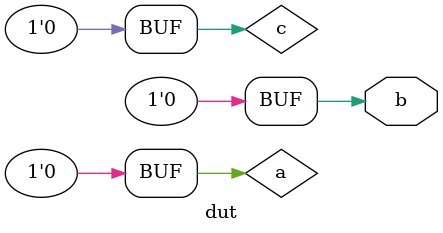
<source format=sv>
module dut (b);                                                                                          
        wire a = 0;      
        output reg b = 0;                                                                        
        
   assign c = a;
                                                                                           
endmodule

</source>
